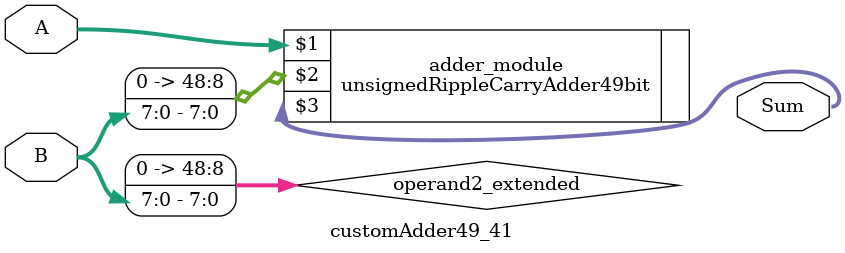
<source format=v>
module customAdder49_41(
                        input [48 : 0] A,
                        input [7 : 0] B,
                        
                        output [49 : 0] Sum
                );

        wire [48 : 0] operand2_extended;
        
        assign operand2_extended =  {41'b0, B};
        
        unsignedRippleCarryAdder49bit adder_module(
            A,
            operand2_extended,
            Sum
        );
        
        endmodule
        
</source>
